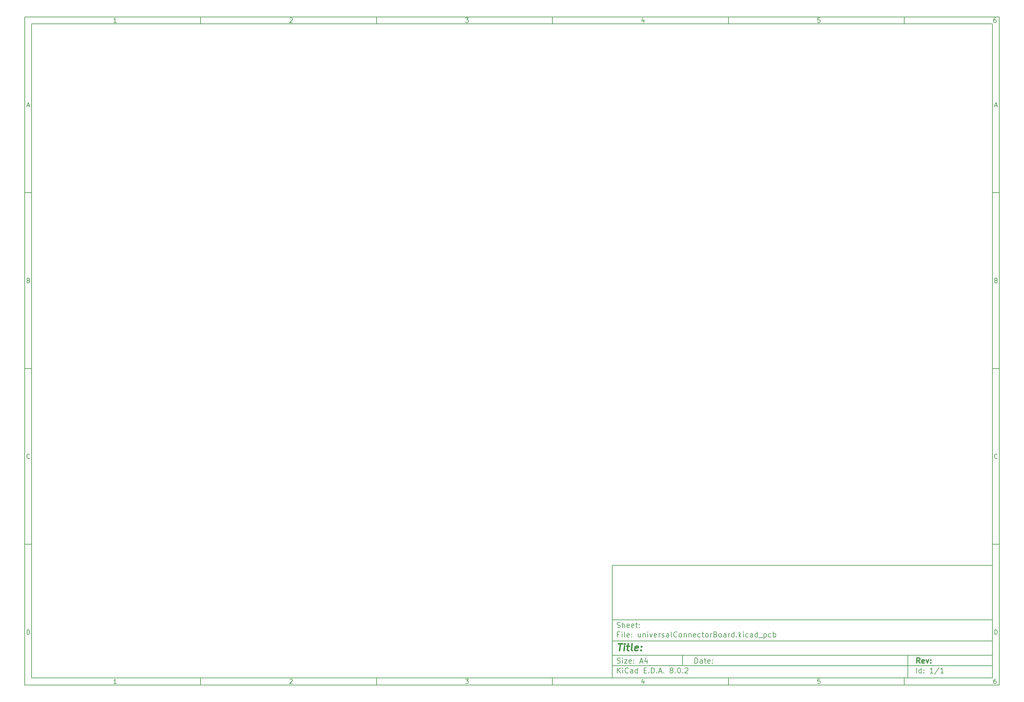
<source format=gbp>
G04 #@! TF.GenerationSoftware,KiCad,Pcbnew,8.0.2*
G04 #@! TF.CreationDate,2024-05-29T13:55:41+02:00*
G04 #@! TF.ProjectId,universalConnectorBoard,756e6976-6572-4736-916c-436f6e6e6563,rev?*
G04 #@! TF.SameCoordinates,Original*
G04 #@! TF.FileFunction,Paste,Bot*
G04 #@! TF.FilePolarity,Positive*
%FSLAX46Y46*%
G04 Gerber Fmt 4.6, Leading zero omitted, Abs format (unit mm)*
G04 Created by KiCad (PCBNEW 8.0.2) date 2024-05-29 13:55:41*
%MOMM*%
%LPD*%
G01*
G04 APERTURE LIST*
%ADD10C,0.100000*%
%ADD11C,0.150000*%
%ADD12C,0.300000*%
%ADD13C,0.400000*%
G04 APERTURE END LIST*
D10*
D11*
X177002200Y-166007200D02*
X285002200Y-166007200D01*
X285002200Y-198007200D01*
X177002200Y-198007200D01*
X177002200Y-166007200D01*
D10*
D11*
X10000000Y-10000000D02*
X287002200Y-10000000D01*
X287002200Y-200007200D01*
X10000000Y-200007200D01*
X10000000Y-10000000D01*
D10*
D11*
X12000000Y-12000000D02*
X285002200Y-12000000D01*
X285002200Y-198007200D01*
X12000000Y-198007200D01*
X12000000Y-12000000D01*
D10*
D11*
X60000000Y-12000000D02*
X60000000Y-10000000D01*
D10*
D11*
X110000000Y-12000000D02*
X110000000Y-10000000D01*
D10*
D11*
X160000000Y-12000000D02*
X160000000Y-10000000D01*
D10*
D11*
X210000000Y-12000000D02*
X210000000Y-10000000D01*
D10*
D11*
X260000000Y-12000000D02*
X260000000Y-10000000D01*
D10*
D11*
X36089160Y-11593604D02*
X35346303Y-11593604D01*
X35717731Y-11593604D02*
X35717731Y-10293604D01*
X35717731Y-10293604D02*
X35593922Y-10479319D01*
X35593922Y-10479319D02*
X35470112Y-10603128D01*
X35470112Y-10603128D02*
X35346303Y-10665033D01*
D10*
D11*
X85346303Y-10417414D02*
X85408207Y-10355509D01*
X85408207Y-10355509D02*
X85532017Y-10293604D01*
X85532017Y-10293604D02*
X85841541Y-10293604D01*
X85841541Y-10293604D02*
X85965350Y-10355509D01*
X85965350Y-10355509D02*
X86027255Y-10417414D01*
X86027255Y-10417414D02*
X86089160Y-10541223D01*
X86089160Y-10541223D02*
X86089160Y-10665033D01*
X86089160Y-10665033D02*
X86027255Y-10850747D01*
X86027255Y-10850747D02*
X85284398Y-11593604D01*
X85284398Y-11593604D02*
X86089160Y-11593604D01*
D10*
D11*
X135284398Y-10293604D02*
X136089160Y-10293604D01*
X136089160Y-10293604D02*
X135655826Y-10788842D01*
X135655826Y-10788842D02*
X135841541Y-10788842D01*
X135841541Y-10788842D02*
X135965350Y-10850747D01*
X135965350Y-10850747D02*
X136027255Y-10912652D01*
X136027255Y-10912652D02*
X136089160Y-11036461D01*
X136089160Y-11036461D02*
X136089160Y-11345985D01*
X136089160Y-11345985D02*
X136027255Y-11469795D01*
X136027255Y-11469795D02*
X135965350Y-11531700D01*
X135965350Y-11531700D02*
X135841541Y-11593604D01*
X135841541Y-11593604D02*
X135470112Y-11593604D01*
X135470112Y-11593604D02*
X135346303Y-11531700D01*
X135346303Y-11531700D02*
X135284398Y-11469795D01*
D10*
D11*
X185965350Y-10726938D02*
X185965350Y-11593604D01*
X185655826Y-10231700D02*
X185346303Y-11160271D01*
X185346303Y-11160271D02*
X186151064Y-11160271D01*
D10*
D11*
X236027255Y-10293604D02*
X235408207Y-10293604D01*
X235408207Y-10293604D02*
X235346303Y-10912652D01*
X235346303Y-10912652D02*
X235408207Y-10850747D01*
X235408207Y-10850747D02*
X235532017Y-10788842D01*
X235532017Y-10788842D02*
X235841541Y-10788842D01*
X235841541Y-10788842D02*
X235965350Y-10850747D01*
X235965350Y-10850747D02*
X236027255Y-10912652D01*
X236027255Y-10912652D02*
X236089160Y-11036461D01*
X236089160Y-11036461D02*
X236089160Y-11345985D01*
X236089160Y-11345985D02*
X236027255Y-11469795D01*
X236027255Y-11469795D02*
X235965350Y-11531700D01*
X235965350Y-11531700D02*
X235841541Y-11593604D01*
X235841541Y-11593604D02*
X235532017Y-11593604D01*
X235532017Y-11593604D02*
X235408207Y-11531700D01*
X235408207Y-11531700D02*
X235346303Y-11469795D01*
D10*
D11*
X285965350Y-10293604D02*
X285717731Y-10293604D01*
X285717731Y-10293604D02*
X285593922Y-10355509D01*
X285593922Y-10355509D02*
X285532017Y-10417414D01*
X285532017Y-10417414D02*
X285408207Y-10603128D01*
X285408207Y-10603128D02*
X285346303Y-10850747D01*
X285346303Y-10850747D02*
X285346303Y-11345985D01*
X285346303Y-11345985D02*
X285408207Y-11469795D01*
X285408207Y-11469795D02*
X285470112Y-11531700D01*
X285470112Y-11531700D02*
X285593922Y-11593604D01*
X285593922Y-11593604D02*
X285841541Y-11593604D01*
X285841541Y-11593604D02*
X285965350Y-11531700D01*
X285965350Y-11531700D02*
X286027255Y-11469795D01*
X286027255Y-11469795D02*
X286089160Y-11345985D01*
X286089160Y-11345985D02*
X286089160Y-11036461D01*
X286089160Y-11036461D02*
X286027255Y-10912652D01*
X286027255Y-10912652D02*
X285965350Y-10850747D01*
X285965350Y-10850747D02*
X285841541Y-10788842D01*
X285841541Y-10788842D02*
X285593922Y-10788842D01*
X285593922Y-10788842D02*
X285470112Y-10850747D01*
X285470112Y-10850747D02*
X285408207Y-10912652D01*
X285408207Y-10912652D02*
X285346303Y-11036461D01*
D10*
D11*
X60000000Y-198007200D02*
X60000000Y-200007200D01*
D10*
D11*
X110000000Y-198007200D02*
X110000000Y-200007200D01*
D10*
D11*
X160000000Y-198007200D02*
X160000000Y-200007200D01*
D10*
D11*
X210000000Y-198007200D02*
X210000000Y-200007200D01*
D10*
D11*
X260000000Y-198007200D02*
X260000000Y-200007200D01*
D10*
D11*
X36089160Y-199600804D02*
X35346303Y-199600804D01*
X35717731Y-199600804D02*
X35717731Y-198300804D01*
X35717731Y-198300804D02*
X35593922Y-198486519D01*
X35593922Y-198486519D02*
X35470112Y-198610328D01*
X35470112Y-198610328D02*
X35346303Y-198672233D01*
D10*
D11*
X85346303Y-198424614D02*
X85408207Y-198362709D01*
X85408207Y-198362709D02*
X85532017Y-198300804D01*
X85532017Y-198300804D02*
X85841541Y-198300804D01*
X85841541Y-198300804D02*
X85965350Y-198362709D01*
X85965350Y-198362709D02*
X86027255Y-198424614D01*
X86027255Y-198424614D02*
X86089160Y-198548423D01*
X86089160Y-198548423D02*
X86089160Y-198672233D01*
X86089160Y-198672233D02*
X86027255Y-198857947D01*
X86027255Y-198857947D02*
X85284398Y-199600804D01*
X85284398Y-199600804D02*
X86089160Y-199600804D01*
D10*
D11*
X135284398Y-198300804D02*
X136089160Y-198300804D01*
X136089160Y-198300804D02*
X135655826Y-198796042D01*
X135655826Y-198796042D02*
X135841541Y-198796042D01*
X135841541Y-198796042D02*
X135965350Y-198857947D01*
X135965350Y-198857947D02*
X136027255Y-198919852D01*
X136027255Y-198919852D02*
X136089160Y-199043661D01*
X136089160Y-199043661D02*
X136089160Y-199353185D01*
X136089160Y-199353185D02*
X136027255Y-199476995D01*
X136027255Y-199476995D02*
X135965350Y-199538900D01*
X135965350Y-199538900D02*
X135841541Y-199600804D01*
X135841541Y-199600804D02*
X135470112Y-199600804D01*
X135470112Y-199600804D02*
X135346303Y-199538900D01*
X135346303Y-199538900D02*
X135284398Y-199476995D01*
D10*
D11*
X185965350Y-198734138D02*
X185965350Y-199600804D01*
X185655826Y-198238900D02*
X185346303Y-199167471D01*
X185346303Y-199167471D02*
X186151064Y-199167471D01*
D10*
D11*
X236027255Y-198300804D02*
X235408207Y-198300804D01*
X235408207Y-198300804D02*
X235346303Y-198919852D01*
X235346303Y-198919852D02*
X235408207Y-198857947D01*
X235408207Y-198857947D02*
X235532017Y-198796042D01*
X235532017Y-198796042D02*
X235841541Y-198796042D01*
X235841541Y-198796042D02*
X235965350Y-198857947D01*
X235965350Y-198857947D02*
X236027255Y-198919852D01*
X236027255Y-198919852D02*
X236089160Y-199043661D01*
X236089160Y-199043661D02*
X236089160Y-199353185D01*
X236089160Y-199353185D02*
X236027255Y-199476995D01*
X236027255Y-199476995D02*
X235965350Y-199538900D01*
X235965350Y-199538900D02*
X235841541Y-199600804D01*
X235841541Y-199600804D02*
X235532017Y-199600804D01*
X235532017Y-199600804D02*
X235408207Y-199538900D01*
X235408207Y-199538900D02*
X235346303Y-199476995D01*
D10*
D11*
X285965350Y-198300804D02*
X285717731Y-198300804D01*
X285717731Y-198300804D02*
X285593922Y-198362709D01*
X285593922Y-198362709D02*
X285532017Y-198424614D01*
X285532017Y-198424614D02*
X285408207Y-198610328D01*
X285408207Y-198610328D02*
X285346303Y-198857947D01*
X285346303Y-198857947D02*
X285346303Y-199353185D01*
X285346303Y-199353185D02*
X285408207Y-199476995D01*
X285408207Y-199476995D02*
X285470112Y-199538900D01*
X285470112Y-199538900D02*
X285593922Y-199600804D01*
X285593922Y-199600804D02*
X285841541Y-199600804D01*
X285841541Y-199600804D02*
X285965350Y-199538900D01*
X285965350Y-199538900D02*
X286027255Y-199476995D01*
X286027255Y-199476995D02*
X286089160Y-199353185D01*
X286089160Y-199353185D02*
X286089160Y-199043661D01*
X286089160Y-199043661D02*
X286027255Y-198919852D01*
X286027255Y-198919852D02*
X285965350Y-198857947D01*
X285965350Y-198857947D02*
X285841541Y-198796042D01*
X285841541Y-198796042D02*
X285593922Y-198796042D01*
X285593922Y-198796042D02*
X285470112Y-198857947D01*
X285470112Y-198857947D02*
X285408207Y-198919852D01*
X285408207Y-198919852D02*
X285346303Y-199043661D01*
D10*
D11*
X10000000Y-60000000D02*
X12000000Y-60000000D01*
D10*
D11*
X10000000Y-110000000D02*
X12000000Y-110000000D01*
D10*
D11*
X10000000Y-160000000D02*
X12000000Y-160000000D01*
D10*
D11*
X10690476Y-35222176D02*
X11309523Y-35222176D01*
X10566666Y-35593604D02*
X10999999Y-34293604D01*
X10999999Y-34293604D02*
X11433333Y-35593604D01*
D10*
D11*
X11092857Y-84912652D02*
X11278571Y-84974557D01*
X11278571Y-84974557D02*
X11340476Y-85036461D01*
X11340476Y-85036461D02*
X11402380Y-85160271D01*
X11402380Y-85160271D02*
X11402380Y-85345985D01*
X11402380Y-85345985D02*
X11340476Y-85469795D01*
X11340476Y-85469795D02*
X11278571Y-85531700D01*
X11278571Y-85531700D02*
X11154761Y-85593604D01*
X11154761Y-85593604D02*
X10659523Y-85593604D01*
X10659523Y-85593604D02*
X10659523Y-84293604D01*
X10659523Y-84293604D02*
X11092857Y-84293604D01*
X11092857Y-84293604D02*
X11216666Y-84355509D01*
X11216666Y-84355509D02*
X11278571Y-84417414D01*
X11278571Y-84417414D02*
X11340476Y-84541223D01*
X11340476Y-84541223D02*
X11340476Y-84665033D01*
X11340476Y-84665033D02*
X11278571Y-84788842D01*
X11278571Y-84788842D02*
X11216666Y-84850747D01*
X11216666Y-84850747D02*
X11092857Y-84912652D01*
X11092857Y-84912652D02*
X10659523Y-84912652D01*
D10*
D11*
X11402380Y-135469795D02*
X11340476Y-135531700D01*
X11340476Y-135531700D02*
X11154761Y-135593604D01*
X11154761Y-135593604D02*
X11030952Y-135593604D01*
X11030952Y-135593604D02*
X10845238Y-135531700D01*
X10845238Y-135531700D02*
X10721428Y-135407890D01*
X10721428Y-135407890D02*
X10659523Y-135284080D01*
X10659523Y-135284080D02*
X10597619Y-135036461D01*
X10597619Y-135036461D02*
X10597619Y-134850747D01*
X10597619Y-134850747D02*
X10659523Y-134603128D01*
X10659523Y-134603128D02*
X10721428Y-134479319D01*
X10721428Y-134479319D02*
X10845238Y-134355509D01*
X10845238Y-134355509D02*
X11030952Y-134293604D01*
X11030952Y-134293604D02*
X11154761Y-134293604D01*
X11154761Y-134293604D02*
X11340476Y-134355509D01*
X11340476Y-134355509D02*
X11402380Y-134417414D01*
D10*
D11*
X10659523Y-185593604D02*
X10659523Y-184293604D01*
X10659523Y-184293604D02*
X10969047Y-184293604D01*
X10969047Y-184293604D02*
X11154761Y-184355509D01*
X11154761Y-184355509D02*
X11278571Y-184479319D01*
X11278571Y-184479319D02*
X11340476Y-184603128D01*
X11340476Y-184603128D02*
X11402380Y-184850747D01*
X11402380Y-184850747D02*
X11402380Y-185036461D01*
X11402380Y-185036461D02*
X11340476Y-185284080D01*
X11340476Y-185284080D02*
X11278571Y-185407890D01*
X11278571Y-185407890D02*
X11154761Y-185531700D01*
X11154761Y-185531700D02*
X10969047Y-185593604D01*
X10969047Y-185593604D02*
X10659523Y-185593604D01*
D10*
D11*
X287002200Y-60000000D02*
X285002200Y-60000000D01*
D10*
D11*
X287002200Y-110000000D02*
X285002200Y-110000000D01*
D10*
D11*
X287002200Y-160000000D02*
X285002200Y-160000000D01*
D10*
D11*
X285692676Y-35222176D02*
X286311723Y-35222176D01*
X285568866Y-35593604D02*
X286002199Y-34293604D01*
X286002199Y-34293604D02*
X286435533Y-35593604D01*
D10*
D11*
X286095057Y-84912652D02*
X286280771Y-84974557D01*
X286280771Y-84974557D02*
X286342676Y-85036461D01*
X286342676Y-85036461D02*
X286404580Y-85160271D01*
X286404580Y-85160271D02*
X286404580Y-85345985D01*
X286404580Y-85345985D02*
X286342676Y-85469795D01*
X286342676Y-85469795D02*
X286280771Y-85531700D01*
X286280771Y-85531700D02*
X286156961Y-85593604D01*
X286156961Y-85593604D02*
X285661723Y-85593604D01*
X285661723Y-85593604D02*
X285661723Y-84293604D01*
X285661723Y-84293604D02*
X286095057Y-84293604D01*
X286095057Y-84293604D02*
X286218866Y-84355509D01*
X286218866Y-84355509D02*
X286280771Y-84417414D01*
X286280771Y-84417414D02*
X286342676Y-84541223D01*
X286342676Y-84541223D02*
X286342676Y-84665033D01*
X286342676Y-84665033D02*
X286280771Y-84788842D01*
X286280771Y-84788842D02*
X286218866Y-84850747D01*
X286218866Y-84850747D02*
X286095057Y-84912652D01*
X286095057Y-84912652D02*
X285661723Y-84912652D01*
D10*
D11*
X286404580Y-135469795D02*
X286342676Y-135531700D01*
X286342676Y-135531700D02*
X286156961Y-135593604D01*
X286156961Y-135593604D02*
X286033152Y-135593604D01*
X286033152Y-135593604D02*
X285847438Y-135531700D01*
X285847438Y-135531700D02*
X285723628Y-135407890D01*
X285723628Y-135407890D02*
X285661723Y-135284080D01*
X285661723Y-135284080D02*
X285599819Y-135036461D01*
X285599819Y-135036461D02*
X285599819Y-134850747D01*
X285599819Y-134850747D02*
X285661723Y-134603128D01*
X285661723Y-134603128D02*
X285723628Y-134479319D01*
X285723628Y-134479319D02*
X285847438Y-134355509D01*
X285847438Y-134355509D02*
X286033152Y-134293604D01*
X286033152Y-134293604D02*
X286156961Y-134293604D01*
X286156961Y-134293604D02*
X286342676Y-134355509D01*
X286342676Y-134355509D02*
X286404580Y-134417414D01*
D10*
D11*
X285661723Y-185593604D02*
X285661723Y-184293604D01*
X285661723Y-184293604D02*
X285971247Y-184293604D01*
X285971247Y-184293604D02*
X286156961Y-184355509D01*
X286156961Y-184355509D02*
X286280771Y-184479319D01*
X286280771Y-184479319D02*
X286342676Y-184603128D01*
X286342676Y-184603128D02*
X286404580Y-184850747D01*
X286404580Y-184850747D02*
X286404580Y-185036461D01*
X286404580Y-185036461D02*
X286342676Y-185284080D01*
X286342676Y-185284080D02*
X286280771Y-185407890D01*
X286280771Y-185407890D02*
X286156961Y-185531700D01*
X286156961Y-185531700D02*
X285971247Y-185593604D01*
X285971247Y-185593604D02*
X285661723Y-185593604D01*
D10*
D11*
X200458026Y-193793328D02*
X200458026Y-192293328D01*
X200458026Y-192293328D02*
X200815169Y-192293328D01*
X200815169Y-192293328D02*
X201029455Y-192364757D01*
X201029455Y-192364757D02*
X201172312Y-192507614D01*
X201172312Y-192507614D02*
X201243741Y-192650471D01*
X201243741Y-192650471D02*
X201315169Y-192936185D01*
X201315169Y-192936185D02*
X201315169Y-193150471D01*
X201315169Y-193150471D02*
X201243741Y-193436185D01*
X201243741Y-193436185D02*
X201172312Y-193579042D01*
X201172312Y-193579042D02*
X201029455Y-193721900D01*
X201029455Y-193721900D02*
X200815169Y-193793328D01*
X200815169Y-193793328D02*
X200458026Y-193793328D01*
X202600884Y-193793328D02*
X202600884Y-193007614D01*
X202600884Y-193007614D02*
X202529455Y-192864757D01*
X202529455Y-192864757D02*
X202386598Y-192793328D01*
X202386598Y-192793328D02*
X202100884Y-192793328D01*
X202100884Y-192793328D02*
X201958026Y-192864757D01*
X202600884Y-193721900D02*
X202458026Y-193793328D01*
X202458026Y-193793328D02*
X202100884Y-193793328D01*
X202100884Y-193793328D02*
X201958026Y-193721900D01*
X201958026Y-193721900D02*
X201886598Y-193579042D01*
X201886598Y-193579042D02*
X201886598Y-193436185D01*
X201886598Y-193436185D02*
X201958026Y-193293328D01*
X201958026Y-193293328D02*
X202100884Y-193221900D01*
X202100884Y-193221900D02*
X202458026Y-193221900D01*
X202458026Y-193221900D02*
X202600884Y-193150471D01*
X203100884Y-192793328D02*
X203672312Y-192793328D01*
X203315169Y-192293328D02*
X203315169Y-193579042D01*
X203315169Y-193579042D02*
X203386598Y-193721900D01*
X203386598Y-193721900D02*
X203529455Y-193793328D01*
X203529455Y-193793328D02*
X203672312Y-193793328D01*
X204743741Y-193721900D02*
X204600884Y-193793328D01*
X204600884Y-193793328D02*
X204315170Y-193793328D01*
X204315170Y-193793328D02*
X204172312Y-193721900D01*
X204172312Y-193721900D02*
X204100884Y-193579042D01*
X204100884Y-193579042D02*
X204100884Y-193007614D01*
X204100884Y-193007614D02*
X204172312Y-192864757D01*
X204172312Y-192864757D02*
X204315170Y-192793328D01*
X204315170Y-192793328D02*
X204600884Y-192793328D01*
X204600884Y-192793328D02*
X204743741Y-192864757D01*
X204743741Y-192864757D02*
X204815170Y-193007614D01*
X204815170Y-193007614D02*
X204815170Y-193150471D01*
X204815170Y-193150471D02*
X204100884Y-193293328D01*
X205458026Y-193650471D02*
X205529455Y-193721900D01*
X205529455Y-193721900D02*
X205458026Y-193793328D01*
X205458026Y-193793328D02*
X205386598Y-193721900D01*
X205386598Y-193721900D02*
X205458026Y-193650471D01*
X205458026Y-193650471D02*
X205458026Y-193793328D01*
X205458026Y-192864757D02*
X205529455Y-192936185D01*
X205529455Y-192936185D02*
X205458026Y-193007614D01*
X205458026Y-193007614D02*
X205386598Y-192936185D01*
X205386598Y-192936185D02*
X205458026Y-192864757D01*
X205458026Y-192864757D02*
X205458026Y-193007614D01*
D10*
D11*
X177002200Y-194507200D02*
X285002200Y-194507200D01*
D10*
D11*
X178458026Y-196593328D02*
X178458026Y-195093328D01*
X179315169Y-196593328D02*
X178672312Y-195736185D01*
X179315169Y-195093328D02*
X178458026Y-195950471D01*
X179958026Y-196593328D02*
X179958026Y-195593328D01*
X179958026Y-195093328D02*
X179886598Y-195164757D01*
X179886598Y-195164757D02*
X179958026Y-195236185D01*
X179958026Y-195236185D02*
X180029455Y-195164757D01*
X180029455Y-195164757D02*
X179958026Y-195093328D01*
X179958026Y-195093328D02*
X179958026Y-195236185D01*
X181529455Y-196450471D02*
X181458027Y-196521900D01*
X181458027Y-196521900D02*
X181243741Y-196593328D01*
X181243741Y-196593328D02*
X181100884Y-196593328D01*
X181100884Y-196593328D02*
X180886598Y-196521900D01*
X180886598Y-196521900D02*
X180743741Y-196379042D01*
X180743741Y-196379042D02*
X180672312Y-196236185D01*
X180672312Y-196236185D02*
X180600884Y-195950471D01*
X180600884Y-195950471D02*
X180600884Y-195736185D01*
X180600884Y-195736185D02*
X180672312Y-195450471D01*
X180672312Y-195450471D02*
X180743741Y-195307614D01*
X180743741Y-195307614D02*
X180886598Y-195164757D01*
X180886598Y-195164757D02*
X181100884Y-195093328D01*
X181100884Y-195093328D02*
X181243741Y-195093328D01*
X181243741Y-195093328D02*
X181458027Y-195164757D01*
X181458027Y-195164757D02*
X181529455Y-195236185D01*
X182815170Y-196593328D02*
X182815170Y-195807614D01*
X182815170Y-195807614D02*
X182743741Y-195664757D01*
X182743741Y-195664757D02*
X182600884Y-195593328D01*
X182600884Y-195593328D02*
X182315170Y-195593328D01*
X182315170Y-195593328D02*
X182172312Y-195664757D01*
X182815170Y-196521900D02*
X182672312Y-196593328D01*
X182672312Y-196593328D02*
X182315170Y-196593328D01*
X182315170Y-196593328D02*
X182172312Y-196521900D01*
X182172312Y-196521900D02*
X182100884Y-196379042D01*
X182100884Y-196379042D02*
X182100884Y-196236185D01*
X182100884Y-196236185D02*
X182172312Y-196093328D01*
X182172312Y-196093328D02*
X182315170Y-196021900D01*
X182315170Y-196021900D02*
X182672312Y-196021900D01*
X182672312Y-196021900D02*
X182815170Y-195950471D01*
X184172313Y-196593328D02*
X184172313Y-195093328D01*
X184172313Y-196521900D02*
X184029455Y-196593328D01*
X184029455Y-196593328D02*
X183743741Y-196593328D01*
X183743741Y-196593328D02*
X183600884Y-196521900D01*
X183600884Y-196521900D02*
X183529455Y-196450471D01*
X183529455Y-196450471D02*
X183458027Y-196307614D01*
X183458027Y-196307614D02*
X183458027Y-195879042D01*
X183458027Y-195879042D02*
X183529455Y-195736185D01*
X183529455Y-195736185D02*
X183600884Y-195664757D01*
X183600884Y-195664757D02*
X183743741Y-195593328D01*
X183743741Y-195593328D02*
X184029455Y-195593328D01*
X184029455Y-195593328D02*
X184172313Y-195664757D01*
X186029455Y-195807614D02*
X186529455Y-195807614D01*
X186743741Y-196593328D02*
X186029455Y-196593328D01*
X186029455Y-196593328D02*
X186029455Y-195093328D01*
X186029455Y-195093328D02*
X186743741Y-195093328D01*
X187386598Y-196450471D02*
X187458027Y-196521900D01*
X187458027Y-196521900D02*
X187386598Y-196593328D01*
X187386598Y-196593328D02*
X187315170Y-196521900D01*
X187315170Y-196521900D02*
X187386598Y-196450471D01*
X187386598Y-196450471D02*
X187386598Y-196593328D01*
X188100884Y-196593328D02*
X188100884Y-195093328D01*
X188100884Y-195093328D02*
X188458027Y-195093328D01*
X188458027Y-195093328D02*
X188672313Y-195164757D01*
X188672313Y-195164757D02*
X188815170Y-195307614D01*
X188815170Y-195307614D02*
X188886599Y-195450471D01*
X188886599Y-195450471D02*
X188958027Y-195736185D01*
X188958027Y-195736185D02*
X188958027Y-195950471D01*
X188958027Y-195950471D02*
X188886599Y-196236185D01*
X188886599Y-196236185D02*
X188815170Y-196379042D01*
X188815170Y-196379042D02*
X188672313Y-196521900D01*
X188672313Y-196521900D02*
X188458027Y-196593328D01*
X188458027Y-196593328D02*
X188100884Y-196593328D01*
X189600884Y-196450471D02*
X189672313Y-196521900D01*
X189672313Y-196521900D02*
X189600884Y-196593328D01*
X189600884Y-196593328D02*
X189529456Y-196521900D01*
X189529456Y-196521900D02*
X189600884Y-196450471D01*
X189600884Y-196450471D02*
X189600884Y-196593328D01*
X190243742Y-196164757D02*
X190958028Y-196164757D01*
X190100885Y-196593328D02*
X190600885Y-195093328D01*
X190600885Y-195093328D02*
X191100885Y-196593328D01*
X191600884Y-196450471D02*
X191672313Y-196521900D01*
X191672313Y-196521900D02*
X191600884Y-196593328D01*
X191600884Y-196593328D02*
X191529456Y-196521900D01*
X191529456Y-196521900D02*
X191600884Y-196450471D01*
X191600884Y-196450471D02*
X191600884Y-196593328D01*
X193672313Y-195736185D02*
X193529456Y-195664757D01*
X193529456Y-195664757D02*
X193458027Y-195593328D01*
X193458027Y-195593328D02*
X193386599Y-195450471D01*
X193386599Y-195450471D02*
X193386599Y-195379042D01*
X193386599Y-195379042D02*
X193458027Y-195236185D01*
X193458027Y-195236185D02*
X193529456Y-195164757D01*
X193529456Y-195164757D02*
X193672313Y-195093328D01*
X193672313Y-195093328D02*
X193958027Y-195093328D01*
X193958027Y-195093328D02*
X194100885Y-195164757D01*
X194100885Y-195164757D02*
X194172313Y-195236185D01*
X194172313Y-195236185D02*
X194243742Y-195379042D01*
X194243742Y-195379042D02*
X194243742Y-195450471D01*
X194243742Y-195450471D02*
X194172313Y-195593328D01*
X194172313Y-195593328D02*
X194100885Y-195664757D01*
X194100885Y-195664757D02*
X193958027Y-195736185D01*
X193958027Y-195736185D02*
X193672313Y-195736185D01*
X193672313Y-195736185D02*
X193529456Y-195807614D01*
X193529456Y-195807614D02*
X193458027Y-195879042D01*
X193458027Y-195879042D02*
X193386599Y-196021900D01*
X193386599Y-196021900D02*
X193386599Y-196307614D01*
X193386599Y-196307614D02*
X193458027Y-196450471D01*
X193458027Y-196450471D02*
X193529456Y-196521900D01*
X193529456Y-196521900D02*
X193672313Y-196593328D01*
X193672313Y-196593328D02*
X193958027Y-196593328D01*
X193958027Y-196593328D02*
X194100885Y-196521900D01*
X194100885Y-196521900D02*
X194172313Y-196450471D01*
X194172313Y-196450471D02*
X194243742Y-196307614D01*
X194243742Y-196307614D02*
X194243742Y-196021900D01*
X194243742Y-196021900D02*
X194172313Y-195879042D01*
X194172313Y-195879042D02*
X194100885Y-195807614D01*
X194100885Y-195807614D02*
X193958027Y-195736185D01*
X194886598Y-196450471D02*
X194958027Y-196521900D01*
X194958027Y-196521900D02*
X194886598Y-196593328D01*
X194886598Y-196593328D02*
X194815170Y-196521900D01*
X194815170Y-196521900D02*
X194886598Y-196450471D01*
X194886598Y-196450471D02*
X194886598Y-196593328D01*
X195886599Y-195093328D02*
X196029456Y-195093328D01*
X196029456Y-195093328D02*
X196172313Y-195164757D01*
X196172313Y-195164757D02*
X196243742Y-195236185D01*
X196243742Y-195236185D02*
X196315170Y-195379042D01*
X196315170Y-195379042D02*
X196386599Y-195664757D01*
X196386599Y-195664757D02*
X196386599Y-196021900D01*
X196386599Y-196021900D02*
X196315170Y-196307614D01*
X196315170Y-196307614D02*
X196243742Y-196450471D01*
X196243742Y-196450471D02*
X196172313Y-196521900D01*
X196172313Y-196521900D02*
X196029456Y-196593328D01*
X196029456Y-196593328D02*
X195886599Y-196593328D01*
X195886599Y-196593328D02*
X195743742Y-196521900D01*
X195743742Y-196521900D02*
X195672313Y-196450471D01*
X195672313Y-196450471D02*
X195600884Y-196307614D01*
X195600884Y-196307614D02*
X195529456Y-196021900D01*
X195529456Y-196021900D02*
X195529456Y-195664757D01*
X195529456Y-195664757D02*
X195600884Y-195379042D01*
X195600884Y-195379042D02*
X195672313Y-195236185D01*
X195672313Y-195236185D02*
X195743742Y-195164757D01*
X195743742Y-195164757D02*
X195886599Y-195093328D01*
X197029455Y-196450471D02*
X197100884Y-196521900D01*
X197100884Y-196521900D02*
X197029455Y-196593328D01*
X197029455Y-196593328D02*
X196958027Y-196521900D01*
X196958027Y-196521900D02*
X197029455Y-196450471D01*
X197029455Y-196450471D02*
X197029455Y-196593328D01*
X197672313Y-195236185D02*
X197743741Y-195164757D01*
X197743741Y-195164757D02*
X197886599Y-195093328D01*
X197886599Y-195093328D02*
X198243741Y-195093328D01*
X198243741Y-195093328D02*
X198386599Y-195164757D01*
X198386599Y-195164757D02*
X198458027Y-195236185D01*
X198458027Y-195236185D02*
X198529456Y-195379042D01*
X198529456Y-195379042D02*
X198529456Y-195521900D01*
X198529456Y-195521900D02*
X198458027Y-195736185D01*
X198458027Y-195736185D02*
X197600884Y-196593328D01*
X197600884Y-196593328D02*
X198529456Y-196593328D01*
D10*
D11*
X177002200Y-191507200D02*
X285002200Y-191507200D01*
D10*
D12*
X264413853Y-193785528D02*
X263913853Y-193071242D01*
X263556710Y-193785528D02*
X263556710Y-192285528D01*
X263556710Y-192285528D02*
X264128139Y-192285528D01*
X264128139Y-192285528D02*
X264270996Y-192356957D01*
X264270996Y-192356957D02*
X264342425Y-192428385D01*
X264342425Y-192428385D02*
X264413853Y-192571242D01*
X264413853Y-192571242D02*
X264413853Y-192785528D01*
X264413853Y-192785528D02*
X264342425Y-192928385D01*
X264342425Y-192928385D02*
X264270996Y-192999814D01*
X264270996Y-192999814D02*
X264128139Y-193071242D01*
X264128139Y-193071242D02*
X263556710Y-193071242D01*
X265628139Y-193714100D02*
X265485282Y-193785528D01*
X265485282Y-193785528D02*
X265199568Y-193785528D01*
X265199568Y-193785528D02*
X265056710Y-193714100D01*
X265056710Y-193714100D02*
X264985282Y-193571242D01*
X264985282Y-193571242D02*
X264985282Y-192999814D01*
X264985282Y-192999814D02*
X265056710Y-192856957D01*
X265056710Y-192856957D02*
X265199568Y-192785528D01*
X265199568Y-192785528D02*
X265485282Y-192785528D01*
X265485282Y-192785528D02*
X265628139Y-192856957D01*
X265628139Y-192856957D02*
X265699568Y-192999814D01*
X265699568Y-192999814D02*
X265699568Y-193142671D01*
X265699568Y-193142671D02*
X264985282Y-193285528D01*
X266199567Y-192785528D02*
X266556710Y-193785528D01*
X266556710Y-193785528D02*
X266913853Y-192785528D01*
X267485281Y-193642671D02*
X267556710Y-193714100D01*
X267556710Y-193714100D02*
X267485281Y-193785528D01*
X267485281Y-193785528D02*
X267413853Y-193714100D01*
X267413853Y-193714100D02*
X267485281Y-193642671D01*
X267485281Y-193642671D02*
X267485281Y-193785528D01*
X267485281Y-192856957D02*
X267556710Y-192928385D01*
X267556710Y-192928385D02*
X267485281Y-192999814D01*
X267485281Y-192999814D02*
X267413853Y-192928385D01*
X267413853Y-192928385D02*
X267485281Y-192856957D01*
X267485281Y-192856957D02*
X267485281Y-192999814D01*
D10*
D11*
X178386598Y-193721900D02*
X178600884Y-193793328D01*
X178600884Y-193793328D02*
X178958026Y-193793328D01*
X178958026Y-193793328D02*
X179100884Y-193721900D01*
X179100884Y-193721900D02*
X179172312Y-193650471D01*
X179172312Y-193650471D02*
X179243741Y-193507614D01*
X179243741Y-193507614D02*
X179243741Y-193364757D01*
X179243741Y-193364757D02*
X179172312Y-193221900D01*
X179172312Y-193221900D02*
X179100884Y-193150471D01*
X179100884Y-193150471D02*
X178958026Y-193079042D01*
X178958026Y-193079042D02*
X178672312Y-193007614D01*
X178672312Y-193007614D02*
X178529455Y-192936185D01*
X178529455Y-192936185D02*
X178458026Y-192864757D01*
X178458026Y-192864757D02*
X178386598Y-192721900D01*
X178386598Y-192721900D02*
X178386598Y-192579042D01*
X178386598Y-192579042D02*
X178458026Y-192436185D01*
X178458026Y-192436185D02*
X178529455Y-192364757D01*
X178529455Y-192364757D02*
X178672312Y-192293328D01*
X178672312Y-192293328D02*
X179029455Y-192293328D01*
X179029455Y-192293328D02*
X179243741Y-192364757D01*
X179886597Y-193793328D02*
X179886597Y-192793328D01*
X179886597Y-192293328D02*
X179815169Y-192364757D01*
X179815169Y-192364757D02*
X179886597Y-192436185D01*
X179886597Y-192436185D02*
X179958026Y-192364757D01*
X179958026Y-192364757D02*
X179886597Y-192293328D01*
X179886597Y-192293328D02*
X179886597Y-192436185D01*
X180458026Y-192793328D02*
X181243741Y-192793328D01*
X181243741Y-192793328D02*
X180458026Y-193793328D01*
X180458026Y-193793328D02*
X181243741Y-193793328D01*
X182386598Y-193721900D02*
X182243741Y-193793328D01*
X182243741Y-193793328D02*
X181958027Y-193793328D01*
X181958027Y-193793328D02*
X181815169Y-193721900D01*
X181815169Y-193721900D02*
X181743741Y-193579042D01*
X181743741Y-193579042D02*
X181743741Y-193007614D01*
X181743741Y-193007614D02*
X181815169Y-192864757D01*
X181815169Y-192864757D02*
X181958027Y-192793328D01*
X181958027Y-192793328D02*
X182243741Y-192793328D01*
X182243741Y-192793328D02*
X182386598Y-192864757D01*
X182386598Y-192864757D02*
X182458027Y-193007614D01*
X182458027Y-193007614D02*
X182458027Y-193150471D01*
X182458027Y-193150471D02*
X181743741Y-193293328D01*
X183100883Y-193650471D02*
X183172312Y-193721900D01*
X183172312Y-193721900D02*
X183100883Y-193793328D01*
X183100883Y-193793328D02*
X183029455Y-193721900D01*
X183029455Y-193721900D02*
X183100883Y-193650471D01*
X183100883Y-193650471D02*
X183100883Y-193793328D01*
X183100883Y-192864757D02*
X183172312Y-192936185D01*
X183172312Y-192936185D02*
X183100883Y-193007614D01*
X183100883Y-193007614D02*
X183029455Y-192936185D01*
X183029455Y-192936185D02*
X183100883Y-192864757D01*
X183100883Y-192864757D02*
X183100883Y-193007614D01*
X184886598Y-193364757D02*
X185600884Y-193364757D01*
X184743741Y-193793328D02*
X185243741Y-192293328D01*
X185243741Y-192293328D02*
X185743741Y-193793328D01*
X186886598Y-192793328D02*
X186886598Y-193793328D01*
X186529455Y-192221900D02*
X186172312Y-193293328D01*
X186172312Y-193293328D02*
X187100883Y-193293328D01*
D10*
D11*
X263458026Y-196593328D02*
X263458026Y-195093328D01*
X264815170Y-196593328D02*
X264815170Y-195093328D01*
X264815170Y-196521900D02*
X264672312Y-196593328D01*
X264672312Y-196593328D02*
X264386598Y-196593328D01*
X264386598Y-196593328D02*
X264243741Y-196521900D01*
X264243741Y-196521900D02*
X264172312Y-196450471D01*
X264172312Y-196450471D02*
X264100884Y-196307614D01*
X264100884Y-196307614D02*
X264100884Y-195879042D01*
X264100884Y-195879042D02*
X264172312Y-195736185D01*
X264172312Y-195736185D02*
X264243741Y-195664757D01*
X264243741Y-195664757D02*
X264386598Y-195593328D01*
X264386598Y-195593328D02*
X264672312Y-195593328D01*
X264672312Y-195593328D02*
X264815170Y-195664757D01*
X265529455Y-196450471D02*
X265600884Y-196521900D01*
X265600884Y-196521900D02*
X265529455Y-196593328D01*
X265529455Y-196593328D02*
X265458027Y-196521900D01*
X265458027Y-196521900D02*
X265529455Y-196450471D01*
X265529455Y-196450471D02*
X265529455Y-196593328D01*
X265529455Y-195664757D02*
X265600884Y-195736185D01*
X265600884Y-195736185D02*
X265529455Y-195807614D01*
X265529455Y-195807614D02*
X265458027Y-195736185D01*
X265458027Y-195736185D02*
X265529455Y-195664757D01*
X265529455Y-195664757D02*
X265529455Y-195807614D01*
X268172313Y-196593328D02*
X267315170Y-196593328D01*
X267743741Y-196593328D02*
X267743741Y-195093328D01*
X267743741Y-195093328D02*
X267600884Y-195307614D01*
X267600884Y-195307614D02*
X267458027Y-195450471D01*
X267458027Y-195450471D02*
X267315170Y-195521900D01*
X269886598Y-195021900D02*
X268600884Y-196950471D01*
X271172313Y-196593328D02*
X270315170Y-196593328D01*
X270743741Y-196593328D02*
X270743741Y-195093328D01*
X270743741Y-195093328D02*
X270600884Y-195307614D01*
X270600884Y-195307614D02*
X270458027Y-195450471D01*
X270458027Y-195450471D02*
X270315170Y-195521900D01*
D10*
D11*
X177002200Y-187507200D02*
X285002200Y-187507200D01*
D10*
D13*
X178693928Y-188211638D02*
X179836785Y-188211638D01*
X179015357Y-190211638D02*
X179265357Y-188211638D01*
X180253452Y-190211638D02*
X180420119Y-188878304D01*
X180503452Y-188211638D02*
X180396309Y-188306876D01*
X180396309Y-188306876D02*
X180479643Y-188402114D01*
X180479643Y-188402114D02*
X180586786Y-188306876D01*
X180586786Y-188306876D02*
X180503452Y-188211638D01*
X180503452Y-188211638D02*
X180479643Y-188402114D01*
X181086786Y-188878304D02*
X181848690Y-188878304D01*
X181455833Y-188211638D02*
X181241548Y-189925923D01*
X181241548Y-189925923D02*
X181312976Y-190116400D01*
X181312976Y-190116400D02*
X181491548Y-190211638D01*
X181491548Y-190211638D02*
X181682024Y-190211638D01*
X182634405Y-190211638D02*
X182455833Y-190116400D01*
X182455833Y-190116400D02*
X182384405Y-189925923D01*
X182384405Y-189925923D02*
X182598690Y-188211638D01*
X184170119Y-190116400D02*
X183967738Y-190211638D01*
X183967738Y-190211638D02*
X183586785Y-190211638D01*
X183586785Y-190211638D02*
X183408214Y-190116400D01*
X183408214Y-190116400D02*
X183336785Y-189925923D01*
X183336785Y-189925923D02*
X183432024Y-189164019D01*
X183432024Y-189164019D02*
X183551071Y-188973542D01*
X183551071Y-188973542D02*
X183753452Y-188878304D01*
X183753452Y-188878304D02*
X184134404Y-188878304D01*
X184134404Y-188878304D02*
X184312976Y-188973542D01*
X184312976Y-188973542D02*
X184384404Y-189164019D01*
X184384404Y-189164019D02*
X184360595Y-189354495D01*
X184360595Y-189354495D02*
X183384404Y-189544971D01*
X185134405Y-190021161D02*
X185217738Y-190116400D01*
X185217738Y-190116400D02*
X185110595Y-190211638D01*
X185110595Y-190211638D02*
X185027262Y-190116400D01*
X185027262Y-190116400D02*
X185134405Y-190021161D01*
X185134405Y-190021161D02*
X185110595Y-190211638D01*
X185265357Y-188973542D02*
X185348690Y-189068780D01*
X185348690Y-189068780D02*
X185241548Y-189164019D01*
X185241548Y-189164019D02*
X185158214Y-189068780D01*
X185158214Y-189068780D02*
X185265357Y-188973542D01*
X185265357Y-188973542D02*
X185241548Y-189164019D01*
D10*
D11*
X178958026Y-185607614D02*
X178458026Y-185607614D01*
X178458026Y-186393328D02*
X178458026Y-184893328D01*
X178458026Y-184893328D02*
X179172312Y-184893328D01*
X179743740Y-186393328D02*
X179743740Y-185393328D01*
X179743740Y-184893328D02*
X179672312Y-184964757D01*
X179672312Y-184964757D02*
X179743740Y-185036185D01*
X179743740Y-185036185D02*
X179815169Y-184964757D01*
X179815169Y-184964757D02*
X179743740Y-184893328D01*
X179743740Y-184893328D02*
X179743740Y-185036185D01*
X180672312Y-186393328D02*
X180529455Y-186321900D01*
X180529455Y-186321900D02*
X180458026Y-186179042D01*
X180458026Y-186179042D02*
X180458026Y-184893328D01*
X181815169Y-186321900D02*
X181672312Y-186393328D01*
X181672312Y-186393328D02*
X181386598Y-186393328D01*
X181386598Y-186393328D02*
X181243740Y-186321900D01*
X181243740Y-186321900D02*
X181172312Y-186179042D01*
X181172312Y-186179042D02*
X181172312Y-185607614D01*
X181172312Y-185607614D02*
X181243740Y-185464757D01*
X181243740Y-185464757D02*
X181386598Y-185393328D01*
X181386598Y-185393328D02*
X181672312Y-185393328D01*
X181672312Y-185393328D02*
X181815169Y-185464757D01*
X181815169Y-185464757D02*
X181886598Y-185607614D01*
X181886598Y-185607614D02*
X181886598Y-185750471D01*
X181886598Y-185750471D02*
X181172312Y-185893328D01*
X182529454Y-186250471D02*
X182600883Y-186321900D01*
X182600883Y-186321900D02*
X182529454Y-186393328D01*
X182529454Y-186393328D02*
X182458026Y-186321900D01*
X182458026Y-186321900D02*
X182529454Y-186250471D01*
X182529454Y-186250471D02*
X182529454Y-186393328D01*
X182529454Y-185464757D02*
X182600883Y-185536185D01*
X182600883Y-185536185D02*
X182529454Y-185607614D01*
X182529454Y-185607614D02*
X182458026Y-185536185D01*
X182458026Y-185536185D02*
X182529454Y-185464757D01*
X182529454Y-185464757D02*
X182529454Y-185607614D01*
X185029455Y-185393328D02*
X185029455Y-186393328D01*
X184386597Y-185393328D02*
X184386597Y-186179042D01*
X184386597Y-186179042D02*
X184458026Y-186321900D01*
X184458026Y-186321900D02*
X184600883Y-186393328D01*
X184600883Y-186393328D02*
X184815169Y-186393328D01*
X184815169Y-186393328D02*
X184958026Y-186321900D01*
X184958026Y-186321900D02*
X185029455Y-186250471D01*
X185743740Y-185393328D02*
X185743740Y-186393328D01*
X185743740Y-185536185D02*
X185815169Y-185464757D01*
X185815169Y-185464757D02*
X185958026Y-185393328D01*
X185958026Y-185393328D02*
X186172312Y-185393328D01*
X186172312Y-185393328D02*
X186315169Y-185464757D01*
X186315169Y-185464757D02*
X186386598Y-185607614D01*
X186386598Y-185607614D02*
X186386598Y-186393328D01*
X187100883Y-186393328D02*
X187100883Y-185393328D01*
X187100883Y-184893328D02*
X187029455Y-184964757D01*
X187029455Y-184964757D02*
X187100883Y-185036185D01*
X187100883Y-185036185D02*
X187172312Y-184964757D01*
X187172312Y-184964757D02*
X187100883Y-184893328D01*
X187100883Y-184893328D02*
X187100883Y-185036185D01*
X187672312Y-185393328D02*
X188029455Y-186393328D01*
X188029455Y-186393328D02*
X188386598Y-185393328D01*
X189529455Y-186321900D02*
X189386598Y-186393328D01*
X189386598Y-186393328D02*
X189100884Y-186393328D01*
X189100884Y-186393328D02*
X188958026Y-186321900D01*
X188958026Y-186321900D02*
X188886598Y-186179042D01*
X188886598Y-186179042D02*
X188886598Y-185607614D01*
X188886598Y-185607614D02*
X188958026Y-185464757D01*
X188958026Y-185464757D02*
X189100884Y-185393328D01*
X189100884Y-185393328D02*
X189386598Y-185393328D01*
X189386598Y-185393328D02*
X189529455Y-185464757D01*
X189529455Y-185464757D02*
X189600884Y-185607614D01*
X189600884Y-185607614D02*
X189600884Y-185750471D01*
X189600884Y-185750471D02*
X188886598Y-185893328D01*
X190243740Y-186393328D02*
X190243740Y-185393328D01*
X190243740Y-185679042D02*
X190315169Y-185536185D01*
X190315169Y-185536185D02*
X190386598Y-185464757D01*
X190386598Y-185464757D02*
X190529455Y-185393328D01*
X190529455Y-185393328D02*
X190672312Y-185393328D01*
X191100883Y-186321900D02*
X191243740Y-186393328D01*
X191243740Y-186393328D02*
X191529454Y-186393328D01*
X191529454Y-186393328D02*
X191672311Y-186321900D01*
X191672311Y-186321900D02*
X191743740Y-186179042D01*
X191743740Y-186179042D02*
X191743740Y-186107614D01*
X191743740Y-186107614D02*
X191672311Y-185964757D01*
X191672311Y-185964757D02*
X191529454Y-185893328D01*
X191529454Y-185893328D02*
X191315169Y-185893328D01*
X191315169Y-185893328D02*
X191172311Y-185821900D01*
X191172311Y-185821900D02*
X191100883Y-185679042D01*
X191100883Y-185679042D02*
X191100883Y-185607614D01*
X191100883Y-185607614D02*
X191172311Y-185464757D01*
X191172311Y-185464757D02*
X191315169Y-185393328D01*
X191315169Y-185393328D02*
X191529454Y-185393328D01*
X191529454Y-185393328D02*
X191672311Y-185464757D01*
X193029455Y-186393328D02*
X193029455Y-185607614D01*
X193029455Y-185607614D02*
X192958026Y-185464757D01*
X192958026Y-185464757D02*
X192815169Y-185393328D01*
X192815169Y-185393328D02*
X192529455Y-185393328D01*
X192529455Y-185393328D02*
X192386597Y-185464757D01*
X193029455Y-186321900D02*
X192886597Y-186393328D01*
X192886597Y-186393328D02*
X192529455Y-186393328D01*
X192529455Y-186393328D02*
X192386597Y-186321900D01*
X192386597Y-186321900D02*
X192315169Y-186179042D01*
X192315169Y-186179042D02*
X192315169Y-186036185D01*
X192315169Y-186036185D02*
X192386597Y-185893328D01*
X192386597Y-185893328D02*
X192529455Y-185821900D01*
X192529455Y-185821900D02*
X192886597Y-185821900D01*
X192886597Y-185821900D02*
X193029455Y-185750471D01*
X193958026Y-186393328D02*
X193815169Y-186321900D01*
X193815169Y-186321900D02*
X193743740Y-186179042D01*
X193743740Y-186179042D02*
X193743740Y-184893328D01*
X195386597Y-186250471D02*
X195315169Y-186321900D01*
X195315169Y-186321900D02*
X195100883Y-186393328D01*
X195100883Y-186393328D02*
X194958026Y-186393328D01*
X194958026Y-186393328D02*
X194743740Y-186321900D01*
X194743740Y-186321900D02*
X194600883Y-186179042D01*
X194600883Y-186179042D02*
X194529454Y-186036185D01*
X194529454Y-186036185D02*
X194458026Y-185750471D01*
X194458026Y-185750471D02*
X194458026Y-185536185D01*
X194458026Y-185536185D02*
X194529454Y-185250471D01*
X194529454Y-185250471D02*
X194600883Y-185107614D01*
X194600883Y-185107614D02*
X194743740Y-184964757D01*
X194743740Y-184964757D02*
X194958026Y-184893328D01*
X194958026Y-184893328D02*
X195100883Y-184893328D01*
X195100883Y-184893328D02*
X195315169Y-184964757D01*
X195315169Y-184964757D02*
X195386597Y-185036185D01*
X196243740Y-186393328D02*
X196100883Y-186321900D01*
X196100883Y-186321900D02*
X196029454Y-186250471D01*
X196029454Y-186250471D02*
X195958026Y-186107614D01*
X195958026Y-186107614D02*
X195958026Y-185679042D01*
X195958026Y-185679042D02*
X196029454Y-185536185D01*
X196029454Y-185536185D02*
X196100883Y-185464757D01*
X196100883Y-185464757D02*
X196243740Y-185393328D01*
X196243740Y-185393328D02*
X196458026Y-185393328D01*
X196458026Y-185393328D02*
X196600883Y-185464757D01*
X196600883Y-185464757D02*
X196672312Y-185536185D01*
X196672312Y-185536185D02*
X196743740Y-185679042D01*
X196743740Y-185679042D02*
X196743740Y-186107614D01*
X196743740Y-186107614D02*
X196672312Y-186250471D01*
X196672312Y-186250471D02*
X196600883Y-186321900D01*
X196600883Y-186321900D02*
X196458026Y-186393328D01*
X196458026Y-186393328D02*
X196243740Y-186393328D01*
X197386597Y-185393328D02*
X197386597Y-186393328D01*
X197386597Y-185536185D02*
X197458026Y-185464757D01*
X197458026Y-185464757D02*
X197600883Y-185393328D01*
X197600883Y-185393328D02*
X197815169Y-185393328D01*
X197815169Y-185393328D02*
X197958026Y-185464757D01*
X197958026Y-185464757D02*
X198029455Y-185607614D01*
X198029455Y-185607614D02*
X198029455Y-186393328D01*
X198743740Y-185393328D02*
X198743740Y-186393328D01*
X198743740Y-185536185D02*
X198815169Y-185464757D01*
X198815169Y-185464757D02*
X198958026Y-185393328D01*
X198958026Y-185393328D02*
X199172312Y-185393328D01*
X199172312Y-185393328D02*
X199315169Y-185464757D01*
X199315169Y-185464757D02*
X199386598Y-185607614D01*
X199386598Y-185607614D02*
X199386598Y-186393328D01*
X200672312Y-186321900D02*
X200529455Y-186393328D01*
X200529455Y-186393328D02*
X200243741Y-186393328D01*
X200243741Y-186393328D02*
X200100883Y-186321900D01*
X200100883Y-186321900D02*
X200029455Y-186179042D01*
X200029455Y-186179042D02*
X200029455Y-185607614D01*
X200029455Y-185607614D02*
X200100883Y-185464757D01*
X200100883Y-185464757D02*
X200243741Y-185393328D01*
X200243741Y-185393328D02*
X200529455Y-185393328D01*
X200529455Y-185393328D02*
X200672312Y-185464757D01*
X200672312Y-185464757D02*
X200743741Y-185607614D01*
X200743741Y-185607614D02*
X200743741Y-185750471D01*
X200743741Y-185750471D02*
X200029455Y-185893328D01*
X202029455Y-186321900D02*
X201886597Y-186393328D01*
X201886597Y-186393328D02*
X201600883Y-186393328D01*
X201600883Y-186393328D02*
X201458026Y-186321900D01*
X201458026Y-186321900D02*
X201386597Y-186250471D01*
X201386597Y-186250471D02*
X201315169Y-186107614D01*
X201315169Y-186107614D02*
X201315169Y-185679042D01*
X201315169Y-185679042D02*
X201386597Y-185536185D01*
X201386597Y-185536185D02*
X201458026Y-185464757D01*
X201458026Y-185464757D02*
X201600883Y-185393328D01*
X201600883Y-185393328D02*
X201886597Y-185393328D01*
X201886597Y-185393328D02*
X202029455Y-185464757D01*
X202458026Y-185393328D02*
X203029454Y-185393328D01*
X202672311Y-184893328D02*
X202672311Y-186179042D01*
X202672311Y-186179042D02*
X202743740Y-186321900D01*
X202743740Y-186321900D02*
X202886597Y-186393328D01*
X202886597Y-186393328D02*
X203029454Y-186393328D01*
X203743740Y-186393328D02*
X203600883Y-186321900D01*
X203600883Y-186321900D02*
X203529454Y-186250471D01*
X203529454Y-186250471D02*
X203458026Y-186107614D01*
X203458026Y-186107614D02*
X203458026Y-185679042D01*
X203458026Y-185679042D02*
X203529454Y-185536185D01*
X203529454Y-185536185D02*
X203600883Y-185464757D01*
X203600883Y-185464757D02*
X203743740Y-185393328D01*
X203743740Y-185393328D02*
X203958026Y-185393328D01*
X203958026Y-185393328D02*
X204100883Y-185464757D01*
X204100883Y-185464757D02*
X204172312Y-185536185D01*
X204172312Y-185536185D02*
X204243740Y-185679042D01*
X204243740Y-185679042D02*
X204243740Y-186107614D01*
X204243740Y-186107614D02*
X204172312Y-186250471D01*
X204172312Y-186250471D02*
X204100883Y-186321900D01*
X204100883Y-186321900D02*
X203958026Y-186393328D01*
X203958026Y-186393328D02*
X203743740Y-186393328D01*
X204886597Y-186393328D02*
X204886597Y-185393328D01*
X204886597Y-185679042D02*
X204958026Y-185536185D01*
X204958026Y-185536185D02*
X205029455Y-185464757D01*
X205029455Y-185464757D02*
X205172312Y-185393328D01*
X205172312Y-185393328D02*
X205315169Y-185393328D01*
X206315168Y-185607614D02*
X206529454Y-185679042D01*
X206529454Y-185679042D02*
X206600883Y-185750471D01*
X206600883Y-185750471D02*
X206672311Y-185893328D01*
X206672311Y-185893328D02*
X206672311Y-186107614D01*
X206672311Y-186107614D02*
X206600883Y-186250471D01*
X206600883Y-186250471D02*
X206529454Y-186321900D01*
X206529454Y-186321900D02*
X206386597Y-186393328D01*
X206386597Y-186393328D02*
X205815168Y-186393328D01*
X205815168Y-186393328D02*
X205815168Y-184893328D01*
X205815168Y-184893328D02*
X206315168Y-184893328D01*
X206315168Y-184893328D02*
X206458026Y-184964757D01*
X206458026Y-184964757D02*
X206529454Y-185036185D01*
X206529454Y-185036185D02*
X206600883Y-185179042D01*
X206600883Y-185179042D02*
X206600883Y-185321900D01*
X206600883Y-185321900D02*
X206529454Y-185464757D01*
X206529454Y-185464757D02*
X206458026Y-185536185D01*
X206458026Y-185536185D02*
X206315168Y-185607614D01*
X206315168Y-185607614D02*
X205815168Y-185607614D01*
X207529454Y-186393328D02*
X207386597Y-186321900D01*
X207386597Y-186321900D02*
X207315168Y-186250471D01*
X207315168Y-186250471D02*
X207243740Y-186107614D01*
X207243740Y-186107614D02*
X207243740Y-185679042D01*
X207243740Y-185679042D02*
X207315168Y-185536185D01*
X207315168Y-185536185D02*
X207386597Y-185464757D01*
X207386597Y-185464757D02*
X207529454Y-185393328D01*
X207529454Y-185393328D02*
X207743740Y-185393328D01*
X207743740Y-185393328D02*
X207886597Y-185464757D01*
X207886597Y-185464757D02*
X207958026Y-185536185D01*
X207958026Y-185536185D02*
X208029454Y-185679042D01*
X208029454Y-185679042D02*
X208029454Y-186107614D01*
X208029454Y-186107614D02*
X207958026Y-186250471D01*
X207958026Y-186250471D02*
X207886597Y-186321900D01*
X207886597Y-186321900D02*
X207743740Y-186393328D01*
X207743740Y-186393328D02*
X207529454Y-186393328D01*
X209315169Y-186393328D02*
X209315169Y-185607614D01*
X209315169Y-185607614D02*
X209243740Y-185464757D01*
X209243740Y-185464757D02*
X209100883Y-185393328D01*
X209100883Y-185393328D02*
X208815169Y-185393328D01*
X208815169Y-185393328D02*
X208672311Y-185464757D01*
X209315169Y-186321900D02*
X209172311Y-186393328D01*
X209172311Y-186393328D02*
X208815169Y-186393328D01*
X208815169Y-186393328D02*
X208672311Y-186321900D01*
X208672311Y-186321900D02*
X208600883Y-186179042D01*
X208600883Y-186179042D02*
X208600883Y-186036185D01*
X208600883Y-186036185D02*
X208672311Y-185893328D01*
X208672311Y-185893328D02*
X208815169Y-185821900D01*
X208815169Y-185821900D02*
X209172311Y-185821900D01*
X209172311Y-185821900D02*
X209315169Y-185750471D01*
X210029454Y-186393328D02*
X210029454Y-185393328D01*
X210029454Y-185679042D02*
X210100883Y-185536185D01*
X210100883Y-185536185D02*
X210172312Y-185464757D01*
X210172312Y-185464757D02*
X210315169Y-185393328D01*
X210315169Y-185393328D02*
X210458026Y-185393328D01*
X211600883Y-186393328D02*
X211600883Y-184893328D01*
X211600883Y-186321900D02*
X211458025Y-186393328D01*
X211458025Y-186393328D02*
X211172311Y-186393328D01*
X211172311Y-186393328D02*
X211029454Y-186321900D01*
X211029454Y-186321900D02*
X210958025Y-186250471D01*
X210958025Y-186250471D02*
X210886597Y-186107614D01*
X210886597Y-186107614D02*
X210886597Y-185679042D01*
X210886597Y-185679042D02*
X210958025Y-185536185D01*
X210958025Y-185536185D02*
X211029454Y-185464757D01*
X211029454Y-185464757D02*
X211172311Y-185393328D01*
X211172311Y-185393328D02*
X211458025Y-185393328D01*
X211458025Y-185393328D02*
X211600883Y-185464757D01*
X212315168Y-186250471D02*
X212386597Y-186321900D01*
X212386597Y-186321900D02*
X212315168Y-186393328D01*
X212315168Y-186393328D02*
X212243740Y-186321900D01*
X212243740Y-186321900D02*
X212315168Y-186250471D01*
X212315168Y-186250471D02*
X212315168Y-186393328D01*
X213029454Y-186393328D02*
X213029454Y-184893328D01*
X213172312Y-185821900D02*
X213600883Y-186393328D01*
X213600883Y-185393328D02*
X213029454Y-185964757D01*
X214243740Y-186393328D02*
X214243740Y-185393328D01*
X214243740Y-184893328D02*
X214172312Y-184964757D01*
X214172312Y-184964757D02*
X214243740Y-185036185D01*
X214243740Y-185036185D02*
X214315169Y-184964757D01*
X214315169Y-184964757D02*
X214243740Y-184893328D01*
X214243740Y-184893328D02*
X214243740Y-185036185D01*
X215600884Y-186321900D02*
X215458026Y-186393328D01*
X215458026Y-186393328D02*
X215172312Y-186393328D01*
X215172312Y-186393328D02*
X215029455Y-186321900D01*
X215029455Y-186321900D02*
X214958026Y-186250471D01*
X214958026Y-186250471D02*
X214886598Y-186107614D01*
X214886598Y-186107614D02*
X214886598Y-185679042D01*
X214886598Y-185679042D02*
X214958026Y-185536185D01*
X214958026Y-185536185D02*
X215029455Y-185464757D01*
X215029455Y-185464757D02*
X215172312Y-185393328D01*
X215172312Y-185393328D02*
X215458026Y-185393328D01*
X215458026Y-185393328D02*
X215600884Y-185464757D01*
X216886598Y-186393328D02*
X216886598Y-185607614D01*
X216886598Y-185607614D02*
X216815169Y-185464757D01*
X216815169Y-185464757D02*
X216672312Y-185393328D01*
X216672312Y-185393328D02*
X216386598Y-185393328D01*
X216386598Y-185393328D02*
X216243740Y-185464757D01*
X216886598Y-186321900D02*
X216743740Y-186393328D01*
X216743740Y-186393328D02*
X216386598Y-186393328D01*
X216386598Y-186393328D02*
X216243740Y-186321900D01*
X216243740Y-186321900D02*
X216172312Y-186179042D01*
X216172312Y-186179042D02*
X216172312Y-186036185D01*
X216172312Y-186036185D02*
X216243740Y-185893328D01*
X216243740Y-185893328D02*
X216386598Y-185821900D01*
X216386598Y-185821900D02*
X216743740Y-185821900D01*
X216743740Y-185821900D02*
X216886598Y-185750471D01*
X218243741Y-186393328D02*
X218243741Y-184893328D01*
X218243741Y-186321900D02*
X218100883Y-186393328D01*
X218100883Y-186393328D02*
X217815169Y-186393328D01*
X217815169Y-186393328D02*
X217672312Y-186321900D01*
X217672312Y-186321900D02*
X217600883Y-186250471D01*
X217600883Y-186250471D02*
X217529455Y-186107614D01*
X217529455Y-186107614D02*
X217529455Y-185679042D01*
X217529455Y-185679042D02*
X217600883Y-185536185D01*
X217600883Y-185536185D02*
X217672312Y-185464757D01*
X217672312Y-185464757D02*
X217815169Y-185393328D01*
X217815169Y-185393328D02*
X218100883Y-185393328D01*
X218100883Y-185393328D02*
X218243741Y-185464757D01*
X218600884Y-186536185D02*
X219743741Y-186536185D01*
X220100883Y-185393328D02*
X220100883Y-186893328D01*
X220100883Y-185464757D02*
X220243741Y-185393328D01*
X220243741Y-185393328D02*
X220529455Y-185393328D01*
X220529455Y-185393328D02*
X220672312Y-185464757D01*
X220672312Y-185464757D02*
X220743741Y-185536185D01*
X220743741Y-185536185D02*
X220815169Y-185679042D01*
X220815169Y-185679042D02*
X220815169Y-186107614D01*
X220815169Y-186107614D02*
X220743741Y-186250471D01*
X220743741Y-186250471D02*
X220672312Y-186321900D01*
X220672312Y-186321900D02*
X220529455Y-186393328D01*
X220529455Y-186393328D02*
X220243741Y-186393328D01*
X220243741Y-186393328D02*
X220100883Y-186321900D01*
X222100884Y-186321900D02*
X221958026Y-186393328D01*
X221958026Y-186393328D02*
X221672312Y-186393328D01*
X221672312Y-186393328D02*
X221529455Y-186321900D01*
X221529455Y-186321900D02*
X221458026Y-186250471D01*
X221458026Y-186250471D02*
X221386598Y-186107614D01*
X221386598Y-186107614D02*
X221386598Y-185679042D01*
X221386598Y-185679042D02*
X221458026Y-185536185D01*
X221458026Y-185536185D02*
X221529455Y-185464757D01*
X221529455Y-185464757D02*
X221672312Y-185393328D01*
X221672312Y-185393328D02*
X221958026Y-185393328D01*
X221958026Y-185393328D02*
X222100884Y-185464757D01*
X222743740Y-186393328D02*
X222743740Y-184893328D01*
X222743740Y-185464757D02*
X222886598Y-185393328D01*
X222886598Y-185393328D02*
X223172312Y-185393328D01*
X223172312Y-185393328D02*
X223315169Y-185464757D01*
X223315169Y-185464757D02*
X223386598Y-185536185D01*
X223386598Y-185536185D02*
X223458026Y-185679042D01*
X223458026Y-185679042D02*
X223458026Y-186107614D01*
X223458026Y-186107614D02*
X223386598Y-186250471D01*
X223386598Y-186250471D02*
X223315169Y-186321900D01*
X223315169Y-186321900D02*
X223172312Y-186393328D01*
X223172312Y-186393328D02*
X222886598Y-186393328D01*
X222886598Y-186393328D02*
X222743740Y-186321900D01*
D10*
D11*
X177002200Y-181507200D02*
X285002200Y-181507200D01*
D10*
D11*
X178386598Y-183621900D02*
X178600884Y-183693328D01*
X178600884Y-183693328D02*
X178958026Y-183693328D01*
X178958026Y-183693328D02*
X179100884Y-183621900D01*
X179100884Y-183621900D02*
X179172312Y-183550471D01*
X179172312Y-183550471D02*
X179243741Y-183407614D01*
X179243741Y-183407614D02*
X179243741Y-183264757D01*
X179243741Y-183264757D02*
X179172312Y-183121900D01*
X179172312Y-183121900D02*
X179100884Y-183050471D01*
X179100884Y-183050471D02*
X178958026Y-182979042D01*
X178958026Y-182979042D02*
X178672312Y-182907614D01*
X178672312Y-182907614D02*
X178529455Y-182836185D01*
X178529455Y-182836185D02*
X178458026Y-182764757D01*
X178458026Y-182764757D02*
X178386598Y-182621900D01*
X178386598Y-182621900D02*
X178386598Y-182479042D01*
X178386598Y-182479042D02*
X178458026Y-182336185D01*
X178458026Y-182336185D02*
X178529455Y-182264757D01*
X178529455Y-182264757D02*
X178672312Y-182193328D01*
X178672312Y-182193328D02*
X179029455Y-182193328D01*
X179029455Y-182193328D02*
X179243741Y-182264757D01*
X179886597Y-183693328D02*
X179886597Y-182193328D01*
X180529455Y-183693328D02*
X180529455Y-182907614D01*
X180529455Y-182907614D02*
X180458026Y-182764757D01*
X180458026Y-182764757D02*
X180315169Y-182693328D01*
X180315169Y-182693328D02*
X180100883Y-182693328D01*
X180100883Y-182693328D02*
X179958026Y-182764757D01*
X179958026Y-182764757D02*
X179886597Y-182836185D01*
X181815169Y-183621900D02*
X181672312Y-183693328D01*
X181672312Y-183693328D02*
X181386598Y-183693328D01*
X181386598Y-183693328D02*
X181243740Y-183621900D01*
X181243740Y-183621900D02*
X181172312Y-183479042D01*
X181172312Y-183479042D02*
X181172312Y-182907614D01*
X181172312Y-182907614D02*
X181243740Y-182764757D01*
X181243740Y-182764757D02*
X181386598Y-182693328D01*
X181386598Y-182693328D02*
X181672312Y-182693328D01*
X181672312Y-182693328D02*
X181815169Y-182764757D01*
X181815169Y-182764757D02*
X181886598Y-182907614D01*
X181886598Y-182907614D02*
X181886598Y-183050471D01*
X181886598Y-183050471D02*
X181172312Y-183193328D01*
X183100883Y-183621900D02*
X182958026Y-183693328D01*
X182958026Y-183693328D02*
X182672312Y-183693328D01*
X182672312Y-183693328D02*
X182529454Y-183621900D01*
X182529454Y-183621900D02*
X182458026Y-183479042D01*
X182458026Y-183479042D02*
X182458026Y-182907614D01*
X182458026Y-182907614D02*
X182529454Y-182764757D01*
X182529454Y-182764757D02*
X182672312Y-182693328D01*
X182672312Y-182693328D02*
X182958026Y-182693328D01*
X182958026Y-182693328D02*
X183100883Y-182764757D01*
X183100883Y-182764757D02*
X183172312Y-182907614D01*
X183172312Y-182907614D02*
X183172312Y-183050471D01*
X183172312Y-183050471D02*
X182458026Y-183193328D01*
X183600883Y-182693328D02*
X184172311Y-182693328D01*
X183815168Y-182193328D02*
X183815168Y-183479042D01*
X183815168Y-183479042D02*
X183886597Y-183621900D01*
X183886597Y-183621900D02*
X184029454Y-183693328D01*
X184029454Y-183693328D02*
X184172311Y-183693328D01*
X184672311Y-183550471D02*
X184743740Y-183621900D01*
X184743740Y-183621900D02*
X184672311Y-183693328D01*
X184672311Y-183693328D02*
X184600883Y-183621900D01*
X184600883Y-183621900D02*
X184672311Y-183550471D01*
X184672311Y-183550471D02*
X184672311Y-183693328D01*
X184672311Y-182764757D02*
X184743740Y-182836185D01*
X184743740Y-182836185D02*
X184672311Y-182907614D01*
X184672311Y-182907614D02*
X184600883Y-182836185D01*
X184600883Y-182836185D02*
X184672311Y-182764757D01*
X184672311Y-182764757D02*
X184672311Y-182907614D01*
D10*
D11*
X197002200Y-191507200D02*
X197002200Y-194507200D01*
D10*
D11*
X261002200Y-191507200D02*
X261002200Y-198007200D01*
M02*

</source>
